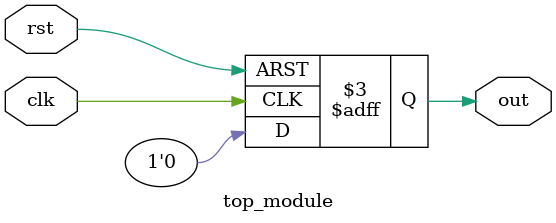
<source format=sv>
module top_module(
	output reg out,
	input wire clk,
	input wire rst);
	
	always @(posedge clk or negedge rst) begin
		if (!rst)
			out <= 1'b0;
		else
			out <= 1'b0;
	end
	
endmodule

</source>
